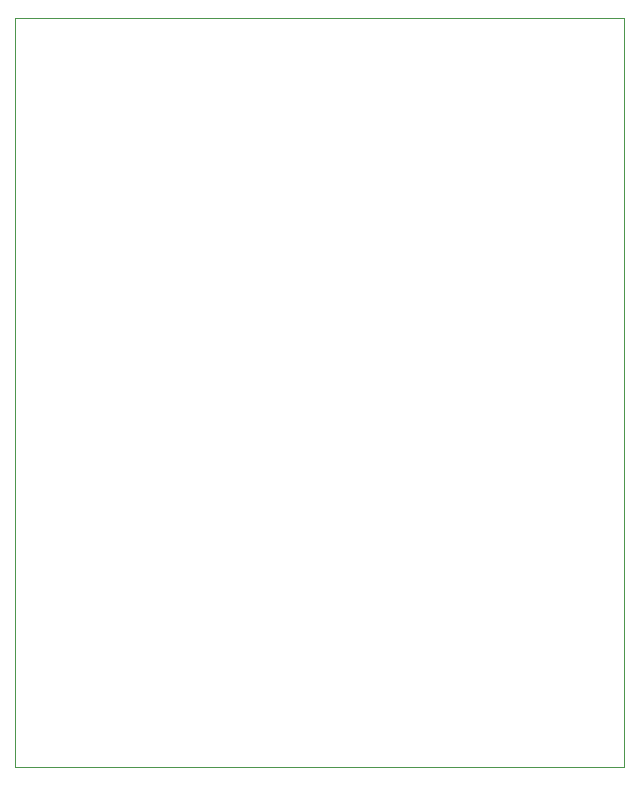
<source format=gbr>
G04 Generated by Ultiboard 14.0 *
%FSLAX34Y34*%
%MOMM*%

%ADD10C,0.0001*%
%ADD11C,0.0010*%


G04 ColorRGB 00FFFF for the following layer *
%LNBoard Outline*%
%LPD*%
G54D10*
G54D11*
X226059Y365671D02*
X741686Y365671D01*
X741686Y1000000D01*
X226059Y1000000D01*
X226059Y365671D01*

M02*

</source>
